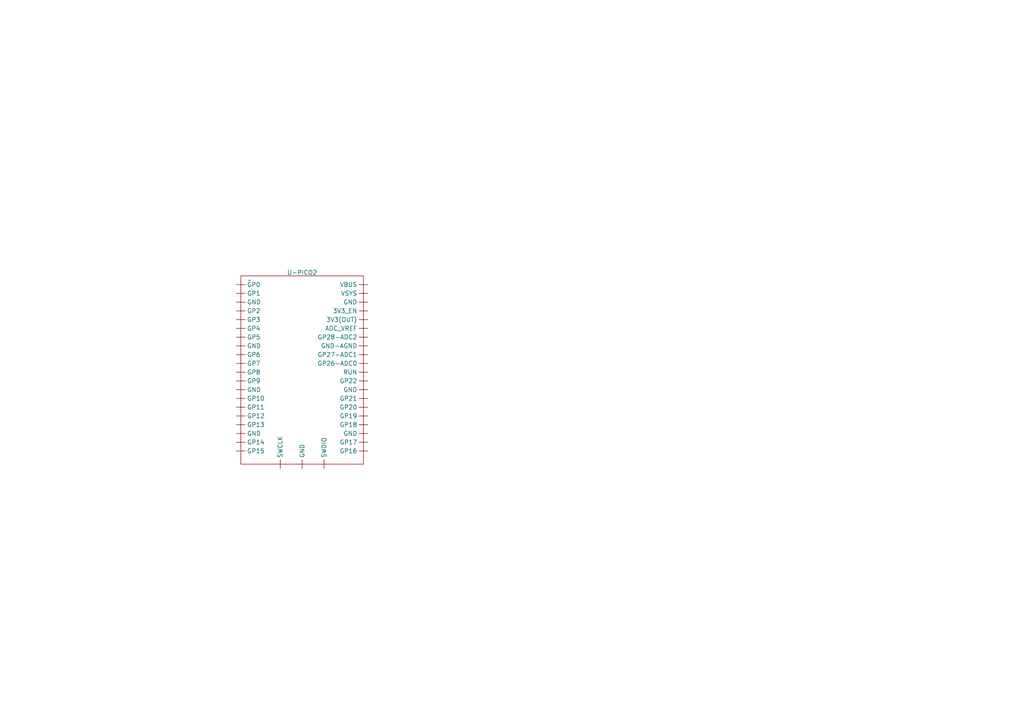
<source format=kicad_sch>
(kicad_sch (version 20230121) (generator eeschema)
  (paper "A4")
  (lib_symbols
    (symbol "Light_challenge:Raspeberry_Pico"
      (property "Reference" "U-PICO" (at 13.97 -26.67 0))
      (symbol "Raspeberry_Pico_0_1"
        (rectangle (start -2.54 1.27) (end 33.02 -53.34))
      )
      (symbol "Raspeberry_Pico_1_1"
        (pin power_out line (at 34.29 -11.43 180) (length 2.54) (name "3V3(OUT)") (number ""))
        (pin output line (at 34.29 -8.89 180) (length 2.54) (name "3V3_EN") (number ""))
        (pin passive line (at 34.29 -13.97 180) (length 2.54) (name "ADC_VREF") (number ""))
        (pin passive line (at -3.81 -44.45 0) (length 2.54) (name "GND") (number ""))
        (pin passive line (at -3.81 -31.75 0) (length 2.54) (name "GND") (number ""))
        (pin passive line (at -3.81 -19.05 0) (length 2.54) (name "GND") (number ""))
        (pin passive line (at -3.81 -6.35 0) (length 2.54) (name "GND") (number ""))
        (pin passive line (at 15.24 -54.61 90) (length 2.54) (name "GND") (number ""))
        (pin passive line (at 34.29 -44.45 180) (length 2.54) (name "GND") (number ""))
        (pin passive line (at 34.29 -31.75 180) (length 2.54) (name "GND") (number ""))
        (pin passive line (at 34.29 -6.35 180) (length 2.54) (name "GND") (number ""))
        (pin passive line (at 34.29 -19.05 180) (length 2.54) (name "GND-AGND") (number ""))
        (pin input line (at -3.81 -1.27 0) (length 2.54) (name "GP0") (number ""))
        (pin input line (at -3.81 -3.81 0) (length 2.54) (name "GP1") (number ""))
        (pin input line (at -3.81 -34.29 0) (length 2.54) (name "GP10") (number ""))
        (pin input line (at -3.81 -36.83 0) (length 2.54) (name "GP11") (number ""))
        (pin input line (at -3.81 -39.37 0) (length 2.54) (name "GP12") (number ""))
        (pin input line (at -3.81 -41.91 0) (length 2.54) (name "GP13") (number ""))
        (pin input line (at -3.81 -46.99 0) (length 2.54) (name "GP14") (number ""))
        (pin input line (at -3.81 -49.53 0) (length 2.54) (name "GP15") (number ""))
        (pin input line (at 34.29 -49.53 180) (length 2.54) (name "GP16") (number ""))
        (pin input line (at 34.29 -46.99 180) (length 2.54) (name "GP17") (number ""))
        (pin input line (at 34.29 -41.91 180) (length 2.54) (name "GP18") (number ""))
        (pin input line (at 34.29 -39.37 180) (length 2.54) (name "GP19") (number ""))
        (pin input line (at -3.81 -8.89 0) (length 2.54) (name "GP2") (number ""))
        (pin input line (at 34.29 -36.83 180) (length 2.54) (name "GP20") (number ""))
        (pin input line (at 34.29 -34.29 180) (length 2.54) (name "GP21") (number ""))
        (pin input line (at 34.29 -29.21 180) (length 2.54) (name "GP22") (number ""))
        (pin input line (at 34.29 -24.13 180) (length 2.54) (name "GP26-ADC0") (number ""))
        (pin input line (at 34.29 -21.59 180) (length 2.54) (name "GP27-ADC1") (number ""))
        (pin input line (at 34.29 -16.51 180) (length 2.54) (name "GP28-ADC2") (number ""))
        (pin input line (at -3.81 -11.43 0) (length 2.54) (name "GP3") (number ""))
        (pin input line (at -3.81 -13.97 0) (length 2.54) (name "GP4") (number ""))
        (pin input line (at -3.81 -16.51 0) (length 2.54) (name "GP5") (number ""))
        (pin input line (at -3.81 -21.59 0) (length 2.54) (name "GP6") (number ""))
        (pin input line (at -3.81 -24.13 0) (length 2.54) (name "GP7") (number ""))
        (pin input line (at -3.81 -26.67 0) (length 2.54) (name "GP8") (number ""))
        (pin input line (at -3.81 -29.21 0) (length 2.54) (name "GP9") (number ""))
        (pin input line (at 34.29 -26.67 180) (length 2.54) (name "RUN") (number ""))
        (pin input line (at 8.89 -54.61 90) (length 2.54) (name "SWCLK") (number ""))
        (pin input line (at 21.59 -54.61 90) (length 2.54) (name "SWDIO") (number ""))
        (pin power_in line (at 34.29 -1.27 180) (length 2.54) (name "VBUS") (number ""))
        (pin power_in line (at 34.29 -3.81 180) (length 2.54) (name "VSYS") (number ""))
      )
    )
  )
  (symbol (lib_id "Light_challenge:Raspeberry_Pico") (at 72.39 81.28 0) (unit 1)
    (property "Reference" "U-PICO2" (at 87.63 79.0481 0))
    (property "Value" "~" (at 72.39 81.28 0))
  )
)
</source>
